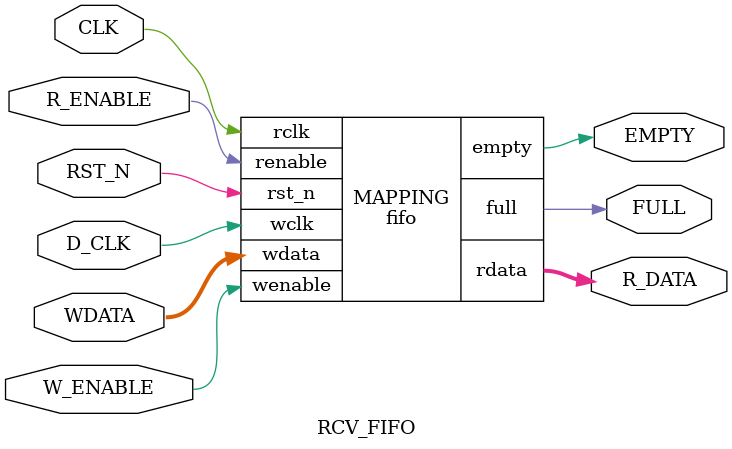
<source format=v>

module fiforam ( wclk, wenable, waddr, raddr, wdata, rdata );
  input [2:0] waddr;
  input [2:0] raddr;
  input [7:0] wdata;
  output [7:0] rdata;
  input wclk, wenable;
  wire   \fiforeg[0][7] , \fiforeg[0][6] , \fiforeg[0][5] , \fiforeg[0][4] ,
         \fiforeg[0][3] , \fiforeg[0][2] , \fiforeg[0][1] , \fiforeg[0][0] ,
         \fiforeg[1][7] , \fiforeg[1][6] , \fiforeg[1][5] , \fiforeg[1][4] ,
         \fiforeg[1][3] , \fiforeg[1][2] , \fiforeg[1][1] , \fiforeg[1][0] ,
         \fiforeg[2][7] , \fiforeg[2][6] , \fiforeg[2][5] , \fiforeg[2][4] ,
         \fiforeg[2][3] , \fiforeg[2][2] , \fiforeg[2][1] , \fiforeg[2][0] ,
         \fiforeg[3][7] , \fiforeg[3][6] , \fiforeg[3][5] , \fiforeg[3][4] ,
         \fiforeg[3][3] , \fiforeg[3][2] , \fiforeg[3][1] , \fiforeg[3][0] ,
         \fiforeg[4][7] , \fiforeg[4][6] , \fiforeg[4][5] , \fiforeg[4][4] ,
         \fiforeg[4][3] , \fiforeg[4][2] , \fiforeg[4][1] , \fiforeg[4][0] ,
         \fiforeg[5][7] , \fiforeg[5][6] , \fiforeg[5][5] , \fiforeg[5][4] ,
         \fiforeg[5][3] , \fiforeg[5][2] , \fiforeg[5][1] , \fiforeg[5][0] ,
         \fiforeg[6][7] , \fiforeg[6][6] , \fiforeg[6][5] , \fiforeg[6][4] ,
         \fiforeg[6][3] , \fiforeg[6][2] , \fiforeg[6][1] , \fiforeg[6][0] ,
         \fiforeg[7][7] , \fiforeg[7][6] , \fiforeg[7][5] , \fiforeg[7][4] ,
         \fiforeg[7][3] , \fiforeg[7][2] , \fiforeg[7][1] , \fiforeg[7][0] ,
         n212, n213, n214, n215, n216, n217, n218, n219, n220, n221, n222,
         n223, n224, n225, n226, n227, n228, n229, n230, n231, n232, n233,
         n234, n235, n236, n237, n238, n239, n240, n241, n242, n243, n244,
         n245, n246, n247, n248, n249, n250, n251, n252, n253, n254, n255,
         n256, n257, n258, n259, n260, n261, n262, n263, n264, n265, n266,
         n267, n268, n269, n270, n271, n272, n273, n274, n275, n1, n2, n3, n4,
         n5, n6, n7, n8, n9, n10, n11, n12, n13, n14, n15, n16, n17, n18, n19,
         n20, n21, n22, n23, n24, n25, n26, n27, n28, n29, n30, n31, n32, n33,
         n34, n35, n36, n37, n38, n39, n40, n41, n42, n43, n44, n45, n46, n47,
         n48, n49, n50, n51, n52, n53, n54, n55, n56, n57, n58, n59, n60, n61,
         n62, n63, n64, n65, n66, n67, n68, n69, n70, n71, n72, n73, n74, n75,
         n76, n77, n78, n79, n80, n81, n82, n83, n84, n85, n86, n87, n88, n89,
         n90, n91, n92, n93, n94, n95, n96, n97, n98, n99, n100, n101, n102,
         n103, n104, n105, n106, n107, n108, n109, n110, n111, n112, n113,
         n114, n115, n116, n117, n118, n119, n120, n121, n122, n123, n124,
         n125, n126, n127, n128, n129, n130, n131, n132, n133, n134, n135,
         n136, n137, n138, n139, n140, n141, n142, n143, n144, n145, n146,
         n147, n148, n149, n150, n151, n152, n153, n154, n155, n156, n157,
         n158, n159, n160, n161, n162, n163, n164, n165, n166, n167, n168,
         n169, n170, n171, n172, n173, n174, n175, n176, n177, n178, n179,
         n180, n181, n182, n183, n184, n185, n186, n187, n188, n189, n190,
         n191, n192, n193, n194;

  DFFPOSX1 \fiforeg_reg[7][7]  ( .D(n212), .CLK(wclk), .Q(\fiforeg[7][7] ) );
  DFFPOSX1 \fiforeg_reg[6][7]  ( .D(n213), .CLK(wclk), .Q(\fiforeg[6][7] ) );
  DFFPOSX1 \fiforeg_reg[5][7]  ( .D(n214), .CLK(wclk), .Q(\fiforeg[5][7] ) );
  DFFPOSX1 \fiforeg_reg[4][7]  ( .D(n215), .CLK(wclk), .Q(\fiforeg[4][7] ) );
  DFFPOSX1 \fiforeg_reg[3][7]  ( .D(n216), .CLK(wclk), .Q(\fiforeg[3][7] ) );
  DFFPOSX1 \fiforeg_reg[2][7]  ( .D(n217), .CLK(wclk), .Q(\fiforeg[2][7] ) );
  DFFPOSX1 \fiforeg_reg[1][7]  ( .D(n218), .CLK(wclk), .Q(\fiforeg[1][7] ) );
  DFFPOSX1 \fiforeg_reg[0][7]  ( .D(n219), .CLK(wclk), .Q(\fiforeg[0][7] ) );
  DFFPOSX1 \fiforeg_reg[7][6]  ( .D(n220), .CLK(wclk), .Q(\fiforeg[7][6] ) );
  DFFPOSX1 \fiforeg_reg[6][6]  ( .D(n221), .CLK(wclk), .Q(\fiforeg[6][6] ) );
  DFFPOSX1 \fiforeg_reg[5][6]  ( .D(n222), .CLK(wclk), .Q(\fiforeg[5][6] ) );
  DFFPOSX1 \fiforeg_reg[4][6]  ( .D(n223), .CLK(wclk), .Q(\fiforeg[4][6] ) );
  DFFPOSX1 \fiforeg_reg[3][6]  ( .D(n224), .CLK(wclk), .Q(\fiforeg[3][6] ) );
  DFFPOSX1 \fiforeg_reg[2][6]  ( .D(n225), .CLK(wclk), .Q(\fiforeg[2][6] ) );
  DFFPOSX1 \fiforeg_reg[1][6]  ( .D(n226), .CLK(wclk), .Q(\fiforeg[1][6] ) );
  DFFPOSX1 \fiforeg_reg[0][6]  ( .D(n227), .CLK(wclk), .Q(\fiforeg[0][6] ) );
  DFFPOSX1 \fiforeg_reg[7][5]  ( .D(n228), .CLK(wclk), .Q(\fiforeg[7][5] ) );
  DFFPOSX1 \fiforeg_reg[6][5]  ( .D(n229), .CLK(wclk), .Q(\fiforeg[6][5] ) );
  DFFPOSX1 \fiforeg_reg[5][5]  ( .D(n230), .CLK(wclk), .Q(\fiforeg[5][5] ) );
  DFFPOSX1 \fiforeg_reg[4][5]  ( .D(n231), .CLK(wclk), .Q(\fiforeg[4][5] ) );
  DFFPOSX1 \fiforeg_reg[3][5]  ( .D(n232), .CLK(wclk), .Q(\fiforeg[3][5] ) );
  DFFPOSX1 \fiforeg_reg[2][5]  ( .D(n233), .CLK(wclk), .Q(\fiforeg[2][5] ) );
  DFFPOSX1 \fiforeg_reg[1][5]  ( .D(n234), .CLK(wclk), .Q(\fiforeg[1][5] ) );
  DFFPOSX1 \fiforeg_reg[0][5]  ( .D(n235), .CLK(wclk), .Q(\fiforeg[0][5] ) );
  DFFPOSX1 \fiforeg_reg[7][4]  ( .D(n236), .CLK(wclk), .Q(\fiforeg[7][4] ) );
  DFFPOSX1 \fiforeg_reg[6][4]  ( .D(n237), .CLK(wclk), .Q(\fiforeg[6][4] ) );
  DFFPOSX1 \fiforeg_reg[5][4]  ( .D(n238), .CLK(wclk), .Q(\fiforeg[5][4] ) );
  DFFPOSX1 \fiforeg_reg[4][4]  ( .D(n239), .CLK(wclk), .Q(\fiforeg[4][4] ) );
  DFFPOSX1 \fiforeg_reg[3][4]  ( .D(n240), .CLK(wclk), .Q(\fiforeg[3][4] ) );
  DFFPOSX1 \fiforeg_reg[2][4]  ( .D(n241), .CLK(wclk), .Q(\fiforeg[2][4] ) );
  DFFPOSX1 \fiforeg_reg[1][4]  ( .D(n242), .CLK(wclk), .Q(\fiforeg[1][4] ) );
  DFFPOSX1 \fiforeg_reg[0][4]  ( .D(n243), .CLK(wclk), .Q(\fiforeg[0][4] ) );
  DFFPOSX1 \fiforeg_reg[7][3]  ( .D(n244), .CLK(wclk), .Q(\fiforeg[7][3] ) );
  DFFPOSX1 \fiforeg_reg[6][3]  ( .D(n245), .CLK(wclk), .Q(\fiforeg[6][3] ) );
  DFFPOSX1 \fiforeg_reg[5][3]  ( .D(n246), .CLK(wclk), .Q(\fiforeg[5][3] ) );
  DFFPOSX1 \fiforeg_reg[4][3]  ( .D(n247), .CLK(wclk), .Q(\fiforeg[4][3] ) );
  DFFPOSX1 \fiforeg_reg[3][3]  ( .D(n248), .CLK(wclk), .Q(\fiforeg[3][3] ) );
  DFFPOSX1 \fiforeg_reg[2][3]  ( .D(n249), .CLK(wclk), .Q(\fiforeg[2][3] ) );
  DFFPOSX1 \fiforeg_reg[1][3]  ( .D(n250), .CLK(wclk), .Q(\fiforeg[1][3] ) );
  DFFPOSX1 \fiforeg_reg[0][3]  ( .D(n251), .CLK(wclk), .Q(\fiforeg[0][3] ) );
  DFFPOSX1 \fiforeg_reg[7][2]  ( .D(n252), .CLK(wclk), .Q(\fiforeg[7][2] ) );
  DFFPOSX1 \fiforeg_reg[6][2]  ( .D(n253), .CLK(wclk), .Q(\fiforeg[6][2] ) );
  DFFPOSX1 \fiforeg_reg[5][2]  ( .D(n254), .CLK(wclk), .Q(\fiforeg[5][2] ) );
  DFFPOSX1 \fiforeg_reg[4][2]  ( .D(n255), .CLK(wclk), .Q(\fiforeg[4][2] ) );
  DFFPOSX1 \fiforeg_reg[3][2]  ( .D(n256), .CLK(wclk), .Q(\fiforeg[3][2] ) );
  DFFPOSX1 \fiforeg_reg[2][2]  ( .D(n257), .CLK(wclk), .Q(\fiforeg[2][2] ) );
  DFFPOSX1 \fiforeg_reg[1][2]  ( .D(n258), .CLK(wclk), .Q(\fiforeg[1][2] ) );
  DFFPOSX1 \fiforeg_reg[0][2]  ( .D(n259), .CLK(wclk), .Q(\fiforeg[0][2] ) );
  DFFPOSX1 \fiforeg_reg[7][1]  ( .D(n260), .CLK(wclk), .Q(\fiforeg[7][1] ) );
  DFFPOSX1 \fiforeg_reg[6][1]  ( .D(n261), .CLK(wclk), .Q(\fiforeg[6][1] ) );
  DFFPOSX1 \fiforeg_reg[5][1]  ( .D(n262), .CLK(wclk), .Q(\fiforeg[5][1] ) );
  DFFPOSX1 \fiforeg_reg[4][1]  ( .D(n263), .CLK(wclk), .Q(\fiforeg[4][1] ) );
  DFFPOSX1 \fiforeg_reg[3][1]  ( .D(n264), .CLK(wclk), .Q(\fiforeg[3][1] ) );
  DFFPOSX1 \fiforeg_reg[2][1]  ( .D(n265), .CLK(wclk), .Q(\fiforeg[2][1] ) );
  DFFPOSX1 \fiforeg_reg[1][1]  ( .D(n266), .CLK(wclk), .Q(\fiforeg[1][1] ) );
  DFFPOSX1 \fiforeg_reg[0][1]  ( .D(n267), .CLK(wclk), .Q(\fiforeg[0][1] ) );
  DFFPOSX1 \fiforeg_reg[7][0]  ( .D(n275), .CLK(wclk), .Q(\fiforeg[7][0] ) );
  DFFPOSX1 \fiforeg_reg[6][0]  ( .D(n268), .CLK(wclk), .Q(\fiforeg[6][0] ) );
  DFFPOSX1 \fiforeg_reg[5][0]  ( .D(n269), .CLK(wclk), .Q(\fiforeg[5][0] ) );
  DFFPOSX1 \fiforeg_reg[4][0]  ( .D(n270), .CLK(wclk), .Q(\fiforeg[4][0] ) );
  DFFPOSX1 \fiforeg_reg[3][0]  ( .D(n271), .CLK(wclk), .Q(\fiforeg[3][0] ) );
  DFFPOSX1 \fiforeg_reg[2][0]  ( .D(n272), .CLK(wclk), .Q(\fiforeg[2][0] ) );
  DFFPOSX1 \fiforeg_reg[1][0]  ( .D(n273), .CLK(wclk), .Q(\fiforeg[1][0] ) );
  DFFPOSX1 \fiforeg_reg[0][0]  ( .D(n274), .CLK(wclk), .Q(\fiforeg[0][0] ) );
  BUFX2 U2 ( .A(n98), .Y(n1) );
  BUFX2 U3 ( .A(n96), .Y(n2) );
  BUFX2 U4 ( .A(n97), .Y(n3) );
  BUFX2 U5 ( .A(n95), .Y(n4) );
  NAND3X1 U6 ( .A(n5), .B(n6), .C(n7), .Y(rdata[7]) );
  NOR2X1 U7 ( .A(n8), .B(n9), .Y(n7) );
  OAI22X1 U8 ( .A(n10), .B(n11), .C(n12), .D(n13), .Y(n9) );
  OAI22X1 U9 ( .A(n14), .B(n15), .C(n16), .D(n17), .Y(n8) );
  AOI22X1 U10 ( .A(\fiforeg[5][7] ), .B(n18), .C(\fiforeg[4][7] ), .D(n19), 
        .Y(n6) );
  AOI22X1 U11 ( .A(\fiforeg[7][7] ), .B(n20), .C(\fiforeg[6][7] ), .D(n21), 
        .Y(n5) );
  NAND3X1 U12 ( .A(n22), .B(n23), .C(n24), .Y(rdata[6]) );
  NOR2X1 U13 ( .A(n25), .B(n26), .Y(n24) );
  OAI22X1 U14 ( .A(n10), .B(n27), .C(n12), .D(n28), .Y(n26) );
  OAI22X1 U15 ( .A(n14), .B(n29), .C(n16), .D(n30), .Y(n25) );
  AOI22X1 U16 ( .A(\fiforeg[5][6] ), .B(n18), .C(\fiforeg[4][6] ), .D(n19), 
        .Y(n23) );
  AOI22X1 U17 ( .A(\fiforeg[7][6] ), .B(n20), .C(\fiforeg[6][6] ), .D(n21), 
        .Y(n22) );
  NAND3X1 U18 ( .A(n31), .B(n32), .C(n33), .Y(rdata[5]) );
  NOR2X1 U19 ( .A(n34), .B(n35), .Y(n33) );
  OAI22X1 U20 ( .A(n10), .B(n36), .C(n12), .D(n37), .Y(n35) );
  OAI22X1 U21 ( .A(n14), .B(n38), .C(n16), .D(n39), .Y(n34) );
  AOI22X1 U22 ( .A(\fiforeg[5][5] ), .B(n18), .C(\fiforeg[4][5] ), .D(n19), 
        .Y(n32) );
  AOI22X1 U23 ( .A(\fiforeg[7][5] ), .B(n20), .C(\fiforeg[6][5] ), .D(n21), 
        .Y(n31) );
  NAND3X1 U24 ( .A(n40), .B(n41), .C(n42), .Y(rdata[4]) );
  NOR2X1 U25 ( .A(n43), .B(n44), .Y(n42) );
  OAI22X1 U26 ( .A(n10), .B(n45), .C(n12), .D(n46), .Y(n44) );
  OAI22X1 U27 ( .A(n14), .B(n47), .C(n16), .D(n48), .Y(n43) );
  AOI22X1 U28 ( .A(\fiforeg[5][4] ), .B(n18), .C(\fiforeg[4][4] ), .D(n19), 
        .Y(n41) );
  AOI22X1 U29 ( .A(\fiforeg[7][4] ), .B(n20), .C(\fiforeg[6][4] ), .D(n21), 
        .Y(n40) );
  NAND3X1 U30 ( .A(n49), .B(n50), .C(n51), .Y(rdata[3]) );
  NOR2X1 U31 ( .A(n52), .B(n53), .Y(n51) );
  OAI22X1 U32 ( .A(n10), .B(n54), .C(n12), .D(n55), .Y(n53) );
  OAI22X1 U33 ( .A(n14), .B(n56), .C(n16), .D(n57), .Y(n52) );
  AOI22X1 U34 ( .A(\fiforeg[5][3] ), .B(n18), .C(\fiforeg[4][3] ), .D(n19), 
        .Y(n50) );
  AOI22X1 U35 ( .A(\fiforeg[7][3] ), .B(n20), .C(\fiforeg[6][3] ), .D(n21), 
        .Y(n49) );
  NAND3X1 U36 ( .A(n58), .B(n59), .C(n60), .Y(rdata[2]) );
  NOR2X1 U37 ( .A(n61), .B(n62), .Y(n60) );
  OAI22X1 U38 ( .A(n10), .B(n63), .C(n12), .D(n64), .Y(n62) );
  OAI22X1 U39 ( .A(n14), .B(n65), .C(n16), .D(n66), .Y(n61) );
  AOI22X1 U40 ( .A(\fiforeg[5][2] ), .B(n18), .C(\fiforeg[4][2] ), .D(n19), 
        .Y(n59) );
  AOI22X1 U41 ( .A(\fiforeg[7][2] ), .B(n20), .C(\fiforeg[6][2] ), .D(n21), 
        .Y(n58) );
  NAND3X1 U42 ( .A(n67), .B(n68), .C(n69), .Y(rdata[1]) );
  NOR2X1 U43 ( .A(n70), .B(n71), .Y(n69) );
  OAI22X1 U44 ( .A(n10), .B(n72), .C(n12), .D(n73), .Y(n71) );
  OAI22X1 U45 ( .A(n14), .B(n74), .C(n16), .D(n75), .Y(n70) );
  AOI22X1 U46 ( .A(\fiforeg[5][1] ), .B(n18), .C(\fiforeg[4][1] ), .D(n19), 
        .Y(n68) );
  AOI22X1 U47 ( .A(\fiforeg[7][1] ), .B(n20), .C(\fiforeg[6][1] ), .D(n21), 
        .Y(n67) );
  NAND3X1 U48 ( .A(n76), .B(n77), .C(n78), .Y(rdata[0]) );
  NOR2X1 U49 ( .A(n79), .B(n80), .Y(n78) );
  OAI22X1 U50 ( .A(n10), .B(n81), .C(n12), .D(n82), .Y(n80) );
  NAND3X1 U51 ( .A(n83), .B(n84), .C(n85), .Y(n12) );
  NAND3X1 U52 ( .A(n83), .B(n84), .C(raddr[0]), .Y(n10) );
  OAI22X1 U53 ( .A(n14), .B(n86), .C(n16), .D(n87), .Y(n79) );
  NAND3X1 U54 ( .A(n85), .B(n84), .C(raddr[1]), .Y(n16) );
  NAND3X1 U55 ( .A(raddr[0]), .B(n84), .C(raddr[1]), .Y(n14) );
  INVX1 U56 ( .A(raddr[2]), .Y(n84) );
  AOI22X1 U57 ( .A(\fiforeg[5][0] ), .B(n18), .C(\fiforeg[4][0] ), .D(n19), 
        .Y(n77) );
  INVX1 U58 ( .A(n88), .Y(n19) );
  NAND3X1 U59 ( .A(n85), .B(n83), .C(raddr[2]), .Y(n88) );
  INVX1 U60 ( .A(n89), .Y(n18) );
  NAND3X1 U61 ( .A(raddr[0]), .B(n83), .C(raddr[2]), .Y(n89) );
  INVX1 U62 ( .A(raddr[1]), .Y(n83) );
  AOI22X1 U63 ( .A(\fiforeg[7][0] ), .B(n20), .C(\fiforeg[6][0] ), .D(n21), 
        .Y(n76) );
  INVX1 U64 ( .A(n90), .Y(n21) );
  NAND3X1 U65 ( .A(raddr[2]), .B(n85), .C(raddr[1]), .Y(n90) );
  INVX1 U66 ( .A(raddr[0]), .Y(n85) );
  INVX1 U67 ( .A(n91), .Y(n20) );
  NAND3X1 U68 ( .A(raddr[2]), .B(raddr[0]), .C(raddr[1]), .Y(n91) );
  MUX2X1 U69 ( .B(n92), .A(n93), .S(n94), .Y(n275) );
  INVX1 U70 ( .A(\fiforeg[7][0] ), .Y(n93) );
  MUX2X1 U71 ( .B(n92), .A(n82), .S(n4), .Y(n274) );
  MUX2X1 U72 ( .B(n92), .A(n81), .S(n2), .Y(n273) );
  MUX2X1 U73 ( .B(n92), .A(n87), .S(n3), .Y(n272) );
  MUX2X1 U74 ( .B(n92), .A(n86), .S(n1), .Y(n271) );
  MUX2X1 U75 ( .B(n92), .A(n99), .S(n100), .Y(n270) );
  INVX1 U76 ( .A(\fiforeg[4][0] ), .Y(n99) );
  MUX2X1 U77 ( .B(n92), .A(n101), .S(n102), .Y(n269) );
  INVX1 U78 ( .A(\fiforeg[5][0] ), .Y(n101) );
  MUX2X1 U79 ( .B(n92), .A(n103), .S(n104), .Y(n268) );
  INVX1 U80 ( .A(\fiforeg[6][0] ), .Y(n103) );
  MUX2X1 U81 ( .B(n105), .A(wdata[0]), .S(wenable), .Y(n92) );
  NAND3X1 U82 ( .A(n106), .B(n107), .C(n108), .Y(n105) );
  NOR2X1 U83 ( .A(n109), .B(n110), .Y(n108) );
  OAI22X1 U84 ( .A(n81), .B(n2), .C(n82), .D(n4), .Y(n110) );
  INVX1 U85 ( .A(\fiforeg[0][0] ), .Y(n82) );
  INVX1 U86 ( .A(\fiforeg[1][0] ), .Y(n81) );
  OAI22X1 U87 ( .A(n86), .B(n1), .C(n87), .D(n3), .Y(n109) );
  INVX1 U88 ( .A(\fiforeg[2][0] ), .Y(n87) );
  INVX1 U89 ( .A(\fiforeg[3][0] ), .Y(n86) );
  AOI22X1 U90 ( .A(n111), .B(\fiforeg[6][0] ), .C(n112), .D(\fiforeg[4][0] ), 
        .Y(n107) );
  AOI22X1 U91 ( .A(n113), .B(\fiforeg[5][0] ), .C(n114), .D(\fiforeg[7][0] ), 
        .Y(n106) );
  MUX2X1 U92 ( .B(n115), .A(n73), .S(n4), .Y(n267) );
  MUX2X1 U93 ( .B(n115), .A(n72), .S(n2), .Y(n266) );
  MUX2X1 U94 ( .B(n115), .A(n75), .S(n3), .Y(n265) );
  MUX2X1 U95 ( .B(n115), .A(n74), .S(n1), .Y(n264) );
  MUX2X1 U96 ( .B(n115), .A(n116), .S(n100), .Y(n263) );
  INVX1 U97 ( .A(\fiforeg[4][1] ), .Y(n116) );
  MUX2X1 U98 ( .B(n115), .A(n117), .S(n102), .Y(n262) );
  INVX1 U99 ( .A(\fiforeg[5][1] ), .Y(n117) );
  MUX2X1 U100 ( .B(n115), .A(n118), .S(n104), .Y(n261) );
  INVX1 U101 ( .A(\fiforeg[6][1] ), .Y(n118) );
  MUX2X1 U102 ( .B(n115), .A(n119), .S(n94), .Y(n260) );
  INVX1 U103 ( .A(\fiforeg[7][1] ), .Y(n119) );
  MUX2X1 U104 ( .B(n120), .A(wdata[1]), .S(wenable), .Y(n115) );
  NAND3X1 U105 ( .A(n121), .B(n122), .C(n123), .Y(n120) );
  NOR2X1 U106 ( .A(n124), .B(n125), .Y(n123) );
  OAI22X1 U107 ( .A(n72), .B(n2), .C(n73), .D(n4), .Y(n125) );
  INVX1 U108 ( .A(\fiforeg[0][1] ), .Y(n73) );
  INVX1 U109 ( .A(\fiforeg[1][1] ), .Y(n72) );
  OAI22X1 U110 ( .A(n74), .B(n1), .C(n75), .D(n3), .Y(n124) );
  INVX1 U111 ( .A(\fiforeg[2][1] ), .Y(n75) );
  INVX1 U112 ( .A(\fiforeg[3][1] ), .Y(n74) );
  AOI22X1 U113 ( .A(n111), .B(\fiforeg[6][1] ), .C(n112), .D(\fiforeg[4][1] ), 
        .Y(n122) );
  AOI22X1 U114 ( .A(n113), .B(\fiforeg[5][1] ), .C(n114), .D(\fiforeg[7][1] ), 
        .Y(n121) );
  MUX2X1 U115 ( .B(n126), .A(n64), .S(n4), .Y(n259) );
  MUX2X1 U116 ( .B(n126), .A(n63), .S(n2), .Y(n258) );
  MUX2X1 U117 ( .B(n126), .A(n66), .S(n3), .Y(n257) );
  MUX2X1 U118 ( .B(n126), .A(n65), .S(n1), .Y(n256) );
  MUX2X1 U119 ( .B(n126), .A(n127), .S(n100), .Y(n255) );
  INVX1 U120 ( .A(\fiforeg[4][2] ), .Y(n127) );
  MUX2X1 U121 ( .B(n126), .A(n128), .S(n102), .Y(n254) );
  INVX1 U122 ( .A(\fiforeg[5][2] ), .Y(n128) );
  MUX2X1 U123 ( .B(n126), .A(n129), .S(n104), .Y(n253) );
  INVX1 U124 ( .A(\fiforeg[6][2] ), .Y(n129) );
  MUX2X1 U125 ( .B(n126), .A(n130), .S(n94), .Y(n252) );
  INVX1 U126 ( .A(\fiforeg[7][2] ), .Y(n130) );
  MUX2X1 U127 ( .B(n131), .A(wdata[2]), .S(wenable), .Y(n126) );
  NAND3X1 U128 ( .A(n132), .B(n133), .C(n134), .Y(n131) );
  NOR2X1 U129 ( .A(n135), .B(n136), .Y(n134) );
  OAI22X1 U130 ( .A(n63), .B(n2), .C(n64), .D(n4), .Y(n136) );
  INVX1 U131 ( .A(\fiforeg[0][2] ), .Y(n64) );
  INVX1 U132 ( .A(\fiforeg[1][2] ), .Y(n63) );
  OAI22X1 U133 ( .A(n65), .B(n1), .C(n66), .D(n3), .Y(n135) );
  INVX1 U134 ( .A(\fiforeg[2][2] ), .Y(n66) );
  INVX1 U135 ( .A(\fiforeg[3][2] ), .Y(n65) );
  AOI22X1 U136 ( .A(n111), .B(\fiforeg[6][2] ), .C(n112), .D(\fiforeg[4][2] ), 
        .Y(n133) );
  AOI22X1 U137 ( .A(n113), .B(\fiforeg[5][2] ), .C(n114), .D(\fiforeg[7][2] ), 
        .Y(n132) );
  MUX2X1 U138 ( .B(n137), .A(n55), .S(n4), .Y(n251) );
  MUX2X1 U139 ( .B(n137), .A(n54), .S(n2), .Y(n250) );
  MUX2X1 U140 ( .B(n137), .A(n57), .S(n3), .Y(n249) );
  MUX2X1 U141 ( .B(n137), .A(n56), .S(n1), .Y(n248) );
  MUX2X1 U142 ( .B(n137), .A(n138), .S(n100), .Y(n247) );
  INVX1 U143 ( .A(\fiforeg[4][3] ), .Y(n138) );
  MUX2X1 U144 ( .B(n137), .A(n139), .S(n102), .Y(n246) );
  INVX1 U145 ( .A(\fiforeg[5][3] ), .Y(n139) );
  MUX2X1 U146 ( .B(n137), .A(n140), .S(n104), .Y(n245) );
  INVX1 U147 ( .A(\fiforeg[6][3] ), .Y(n140) );
  MUX2X1 U148 ( .B(n137), .A(n141), .S(n94), .Y(n244) );
  INVX1 U149 ( .A(\fiforeg[7][3] ), .Y(n141) );
  MUX2X1 U150 ( .B(n142), .A(wdata[3]), .S(wenable), .Y(n137) );
  NAND3X1 U151 ( .A(n143), .B(n144), .C(n145), .Y(n142) );
  NOR2X1 U152 ( .A(n146), .B(n147), .Y(n145) );
  OAI22X1 U153 ( .A(n54), .B(n2), .C(n55), .D(n4), .Y(n147) );
  INVX1 U154 ( .A(\fiforeg[0][3] ), .Y(n55) );
  INVX1 U155 ( .A(\fiforeg[1][3] ), .Y(n54) );
  OAI22X1 U156 ( .A(n56), .B(n1), .C(n57), .D(n3), .Y(n146) );
  INVX1 U157 ( .A(\fiforeg[2][3] ), .Y(n57) );
  INVX1 U158 ( .A(\fiforeg[3][3] ), .Y(n56) );
  AOI22X1 U159 ( .A(n111), .B(\fiforeg[6][3] ), .C(n112), .D(\fiforeg[4][3] ), 
        .Y(n144) );
  AOI22X1 U160 ( .A(n113), .B(\fiforeg[5][3] ), .C(n114), .D(\fiforeg[7][3] ), 
        .Y(n143) );
  MUX2X1 U161 ( .B(n148), .A(n46), .S(n4), .Y(n243) );
  MUX2X1 U162 ( .B(n148), .A(n45), .S(n2), .Y(n242) );
  MUX2X1 U163 ( .B(n148), .A(n48), .S(n3), .Y(n241) );
  MUX2X1 U164 ( .B(n148), .A(n47), .S(n1), .Y(n240) );
  MUX2X1 U165 ( .B(n148), .A(n149), .S(n100), .Y(n239) );
  INVX1 U166 ( .A(\fiforeg[4][4] ), .Y(n149) );
  MUX2X1 U167 ( .B(n148), .A(n150), .S(n102), .Y(n238) );
  INVX1 U168 ( .A(\fiforeg[5][4] ), .Y(n150) );
  MUX2X1 U169 ( .B(n148), .A(n151), .S(n104), .Y(n237) );
  INVX1 U170 ( .A(\fiforeg[6][4] ), .Y(n151) );
  MUX2X1 U171 ( .B(n148), .A(n152), .S(n94), .Y(n236) );
  INVX1 U172 ( .A(\fiforeg[7][4] ), .Y(n152) );
  MUX2X1 U173 ( .B(n153), .A(wdata[4]), .S(wenable), .Y(n148) );
  NAND3X1 U174 ( .A(n154), .B(n155), .C(n156), .Y(n153) );
  NOR2X1 U175 ( .A(n157), .B(n158), .Y(n156) );
  OAI22X1 U176 ( .A(n45), .B(n2), .C(n46), .D(n4), .Y(n158) );
  INVX1 U177 ( .A(\fiforeg[0][4] ), .Y(n46) );
  INVX1 U178 ( .A(\fiforeg[1][4] ), .Y(n45) );
  OAI22X1 U179 ( .A(n47), .B(n1), .C(n48), .D(n3), .Y(n157) );
  INVX1 U180 ( .A(\fiforeg[2][4] ), .Y(n48) );
  INVX1 U181 ( .A(\fiforeg[3][4] ), .Y(n47) );
  AOI22X1 U182 ( .A(n111), .B(\fiforeg[6][4] ), .C(n112), .D(\fiforeg[4][4] ), 
        .Y(n155) );
  AOI22X1 U183 ( .A(n113), .B(\fiforeg[5][4] ), .C(n114), .D(\fiforeg[7][4] ), 
        .Y(n154) );
  MUX2X1 U184 ( .B(n159), .A(n37), .S(n4), .Y(n235) );
  MUX2X1 U185 ( .B(n159), .A(n36), .S(n2), .Y(n234) );
  MUX2X1 U186 ( .B(n159), .A(n39), .S(n3), .Y(n233) );
  MUX2X1 U187 ( .B(n159), .A(n38), .S(n1), .Y(n232) );
  MUX2X1 U188 ( .B(n159), .A(n160), .S(n100), .Y(n231) );
  INVX1 U189 ( .A(\fiforeg[4][5] ), .Y(n160) );
  MUX2X1 U190 ( .B(n159), .A(n161), .S(n102), .Y(n230) );
  INVX1 U191 ( .A(\fiforeg[5][5] ), .Y(n161) );
  MUX2X1 U192 ( .B(n159), .A(n162), .S(n104), .Y(n229) );
  INVX1 U193 ( .A(\fiforeg[6][5] ), .Y(n162) );
  MUX2X1 U194 ( .B(n159), .A(n163), .S(n94), .Y(n228) );
  INVX1 U195 ( .A(\fiforeg[7][5] ), .Y(n163) );
  MUX2X1 U196 ( .B(n164), .A(wdata[5]), .S(wenable), .Y(n159) );
  NAND3X1 U197 ( .A(n165), .B(n166), .C(n167), .Y(n164) );
  NOR2X1 U198 ( .A(n168), .B(n169), .Y(n167) );
  OAI22X1 U199 ( .A(n36), .B(n2), .C(n37), .D(n4), .Y(n169) );
  INVX1 U200 ( .A(\fiforeg[0][5] ), .Y(n37) );
  INVX1 U201 ( .A(\fiforeg[1][5] ), .Y(n36) );
  OAI22X1 U202 ( .A(n38), .B(n1), .C(n39), .D(n3), .Y(n168) );
  INVX1 U203 ( .A(\fiforeg[2][5] ), .Y(n39) );
  INVX1 U204 ( .A(\fiforeg[3][5] ), .Y(n38) );
  AOI22X1 U205 ( .A(n111), .B(\fiforeg[6][5] ), .C(n112), .D(\fiforeg[4][5] ), 
        .Y(n166) );
  AOI22X1 U206 ( .A(n113), .B(\fiforeg[5][5] ), .C(n114), .D(\fiforeg[7][5] ), 
        .Y(n165) );
  MUX2X1 U207 ( .B(n170), .A(n28), .S(n4), .Y(n227) );
  MUX2X1 U208 ( .B(n170), .A(n27), .S(n2), .Y(n226) );
  MUX2X1 U209 ( .B(n170), .A(n30), .S(n3), .Y(n225) );
  MUX2X1 U210 ( .B(n170), .A(n29), .S(n1), .Y(n224) );
  MUX2X1 U211 ( .B(n170), .A(n171), .S(n100), .Y(n223) );
  INVX1 U212 ( .A(\fiforeg[4][6] ), .Y(n171) );
  MUX2X1 U213 ( .B(n170), .A(n172), .S(n102), .Y(n222) );
  INVX1 U214 ( .A(\fiforeg[5][6] ), .Y(n172) );
  MUX2X1 U215 ( .B(n170), .A(n173), .S(n104), .Y(n221) );
  INVX1 U216 ( .A(\fiforeg[6][6] ), .Y(n173) );
  MUX2X1 U217 ( .B(n170), .A(n174), .S(n94), .Y(n220) );
  INVX1 U218 ( .A(\fiforeg[7][6] ), .Y(n174) );
  MUX2X1 U219 ( .B(n175), .A(wdata[6]), .S(wenable), .Y(n170) );
  NAND3X1 U220 ( .A(n176), .B(n177), .C(n178), .Y(n175) );
  NOR2X1 U221 ( .A(n179), .B(n180), .Y(n178) );
  OAI22X1 U222 ( .A(n27), .B(n2), .C(n28), .D(n4), .Y(n180) );
  INVX1 U223 ( .A(\fiforeg[0][6] ), .Y(n28) );
  INVX1 U224 ( .A(\fiforeg[1][6] ), .Y(n27) );
  OAI22X1 U225 ( .A(n29), .B(n1), .C(n30), .D(n3), .Y(n179) );
  INVX1 U226 ( .A(\fiforeg[2][6] ), .Y(n30) );
  INVX1 U227 ( .A(\fiforeg[3][6] ), .Y(n29) );
  AOI22X1 U228 ( .A(n111), .B(\fiforeg[6][6] ), .C(n112), .D(\fiforeg[4][6] ), 
        .Y(n177) );
  AOI22X1 U229 ( .A(n113), .B(\fiforeg[5][6] ), .C(n114), .D(\fiforeg[7][6] ), 
        .Y(n176) );
  MUX2X1 U230 ( .B(n181), .A(n13), .S(n4), .Y(n219) );
  MUX2X1 U231 ( .B(n181), .A(n11), .S(n2), .Y(n218) );
  MUX2X1 U232 ( .B(n181), .A(n17), .S(n3), .Y(n217) );
  MUX2X1 U233 ( .B(n181), .A(n15), .S(n1), .Y(n216) );
  MUX2X1 U234 ( .B(n181), .A(n182), .S(n100), .Y(n215) );
  INVX1 U235 ( .A(\fiforeg[4][7] ), .Y(n182) );
  MUX2X1 U236 ( .B(n181), .A(n183), .S(n102), .Y(n214) );
  INVX1 U237 ( .A(\fiforeg[5][7] ), .Y(n183) );
  MUX2X1 U238 ( .B(n181), .A(n184), .S(n104), .Y(n213) );
  INVX1 U239 ( .A(\fiforeg[6][7] ), .Y(n184) );
  MUX2X1 U240 ( .B(n181), .A(n185), .S(n94), .Y(n212) );
  INVX1 U241 ( .A(\fiforeg[7][7] ), .Y(n185) );
  MUX2X1 U242 ( .B(n186), .A(wdata[7]), .S(wenable), .Y(n181) );
  NAND3X1 U243 ( .A(n187), .B(n188), .C(n189), .Y(n186) );
  NOR2X1 U244 ( .A(n190), .B(n191), .Y(n189) );
  OAI22X1 U245 ( .A(n11), .B(n2), .C(n13), .D(n4), .Y(n191) );
  NAND3X1 U246 ( .A(n192), .B(n193), .C(n194), .Y(n95) );
  INVX1 U247 ( .A(\fiforeg[0][7] ), .Y(n13) );
  NAND3X1 U248 ( .A(n192), .B(n193), .C(waddr[0]), .Y(n96) );
  INVX1 U249 ( .A(\fiforeg[1][7] ), .Y(n11) );
  OAI22X1 U250 ( .A(n15), .B(n1), .C(n17), .D(n3), .Y(n190) );
  NAND3X1 U251 ( .A(n194), .B(n193), .C(waddr[1]), .Y(n97) );
  INVX1 U252 ( .A(\fiforeg[2][7] ), .Y(n17) );
  NAND3X1 U253 ( .A(waddr[0]), .B(n193), .C(waddr[1]), .Y(n98) );
  INVX1 U254 ( .A(waddr[2]), .Y(n193) );
  INVX1 U255 ( .A(\fiforeg[3][7] ), .Y(n15) );
  AOI22X1 U256 ( .A(n111), .B(\fiforeg[6][7] ), .C(n112), .D(\fiforeg[4][7] ), 
        .Y(n188) );
  INVX1 U257 ( .A(n100), .Y(n112) );
  NAND3X1 U258 ( .A(n194), .B(n192), .C(waddr[2]), .Y(n100) );
  INVX1 U259 ( .A(n104), .Y(n111) );
  NAND3X1 U260 ( .A(waddr[1]), .B(n194), .C(waddr[2]), .Y(n104) );
  INVX1 U261 ( .A(waddr[0]), .Y(n194) );
  AOI22X1 U262 ( .A(n113), .B(\fiforeg[5][7] ), .C(n114), .D(\fiforeg[7][7] ), 
        .Y(n187) );
  INVX1 U263 ( .A(n94), .Y(n114) );
  NAND3X1 U264 ( .A(waddr[1]), .B(waddr[0]), .C(waddr[2]), .Y(n94) );
  INVX1 U265 ( .A(n102), .Y(n113) );
  NAND3X1 U266 ( .A(waddr[0]), .B(n192), .C(waddr[2]), .Y(n102) );
  INVX1 U267 ( .A(waddr[1]), .Y(n192) );
endmodule


module write_ptr ( wclk, rst_n, wenable, wptr, wptr_nxt );
  output [3:0] wptr;
  output [3:0] wptr_nxt;
  input wclk, rst_n, wenable;
  wire   n9, n10, n11, n12;
  wire   [2:0] binary_nxt;
  wire   [3:0] binary_r;

  DFFSR \binary_r_reg[0]  ( .D(binary_nxt[0]), .CLK(wclk), .R(rst_n), .S(1'b1), 
        .Q(binary_r[0]) );
  DFFSR \binary_r_reg[1]  ( .D(binary_nxt[1]), .CLK(wclk), .R(rst_n), .S(1'b1), 
        .Q(binary_r[1]) );
  DFFSR \binary_r_reg[2]  ( .D(binary_nxt[2]), .CLK(wclk), .R(rst_n), .S(1'b1), 
        .Q(binary_r[2]) );
  DFFSR \binary_r_reg[3]  ( .D(wptr_nxt[3]), .CLK(wclk), .R(rst_n), .S(1'b1), 
        .Q(binary_r[3]) );
  DFFSR \gray_r_reg[3]  ( .D(wptr_nxt[3]), .CLK(wclk), .R(rst_n), .S(1'b1), 
        .Q(wptr[3]) );
  DFFSR \gray_r_reg[2]  ( .D(wptr_nxt[2]), .CLK(wclk), .R(rst_n), .S(1'b1), 
        .Q(wptr[2]) );
  DFFSR \gray_r_reg[1]  ( .D(wptr_nxt[1]), .CLK(wclk), .R(rst_n), .S(1'b1), 
        .Q(wptr[1]) );
  DFFSR \gray_r_reg[0]  ( .D(wptr_nxt[0]), .CLK(wclk), .R(rst_n), .S(1'b1), 
        .Q(wptr[0]) );
  XOR2X1 U11 ( .A(wptr_nxt[3]), .B(binary_nxt[2]), .Y(wptr_nxt[2]) );
  XNOR2X1 U12 ( .A(n9), .B(binary_r[3]), .Y(wptr_nxt[3]) );
  NAND2X1 U13 ( .A(binary_r[2]), .B(n10), .Y(n9) );
  XOR2X1 U14 ( .A(binary_nxt[2]), .B(binary_nxt[1]), .Y(wptr_nxt[1]) );
  XOR2X1 U15 ( .A(binary_nxt[1]), .B(binary_nxt[0]), .Y(wptr_nxt[0]) );
  XOR2X1 U16 ( .A(n10), .B(binary_r[2]), .Y(binary_nxt[2]) );
  INVX1 U17 ( .A(n11), .Y(n10) );
  NAND3X1 U18 ( .A(binary_r[1]), .B(binary_r[0]), .C(wenable), .Y(n11) );
  XNOR2X1 U19 ( .A(n12), .B(binary_r[1]), .Y(binary_nxt[1]) );
  NAND2X1 U20 ( .A(wenable), .B(binary_r[0]), .Y(n12) );
  XOR2X1 U21 ( .A(binary_r[0]), .B(wenable), .Y(binary_nxt[0]) );
endmodule


module write_fifo_ctrl ( wclk, rst_n, wenable, rptr, wenable_fifo, wptr, waddr, 
        full_flag );
  input [3:0] rptr;
  output [3:0] wptr;
  output [2:0] waddr;
  input wclk, rst_n, wenable;
  output wenable_fifo, full_flag;
  wire   n22, \gray_wptr[2] , N5, n2, n15, n16, n17, n18, n19, n20, n21;
  wire   [3:0] wptr_nxt;
  wire   [3:0] wrptr_r2;
  wire   [3:0] wrptr_r1;

  write_ptr WPU1 ( .wclk(wclk), .rst_n(rst_n), .wenable(wenable_fifo), .wptr(
        wptr), .wptr_nxt(wptr_nxt) );
  DFFSR \wrptr_r1_reg[3]  ( .D(rptr[3]), .CLK(wclk), .R(rst_n), .S(1'b1), .Q(
        wrptr_r1[3]) );
  DFFSR \wrptr_r1_reg[2]  ( .D(rptr[2]), .CLK(wclk), .R(rst_n), .S(1'b1), .Q(
        wrptr_r1[2]) );
  DFFSR \wrptr_r1_reg[1]  ( .D(rptr[1]), .CLK(wclk), .R(rst_n), .S(1'b1), .Q(
        wrptr_r1[1]) );
  DFFSR \wrptr_r1_reg[0]  ( .D(rptr[0]), .CLK(wclk), .R(rst_n), .S(1'b1), .Q(
        wrptr_r1[0]) );
  DFFSR \wrptr_r2_reg[3]  ( .D(wrptr_r1[3]), .CLK(wclk), .R(rst_n), .S(1'b1), 
        .Q(wrptr_r2[3]) );
  DFFSR \wrptr_r2_reg[2]  ( .D(wrptr_r1[2]), .CLK(wclk), .R(rst_n), .S(1'b1), 
        .Q(wrptr_r2[2]) );
  DFFSR \wrptr_r2_reg[1]  ( .D(wrptr_r1[1]), .CLK(wclk), .R(rst_n), .S(1'b1), 
        .Q(wrptr_r2[1]) );
  DFFSR \wrptr_r2_reg[0]  ( .D(wrptr_r1[0]), .CLK(wclk), .R(rst_n), .S(1'b1), 
        .Q(wrptr_r2[0]) );
  DFFSR full_flag_r_reg ( .D(N5), .CLK(wclk), .R(rst_n), .S(1'b1), .Q(
        full_flag) );
  DFFSR \waddr_reg[2]  ( .D(\gray_wptr[2] ), .CLK(wclk), .R(rst_n), .S(1'b1), 
        .Q(waddr[2]) );
  DFFSR \waddr_reg[1]  ( .D(wptr_nxt[1]), .CLK(wclk), .R(rst_n), .S(1'b1), .Q(
        waddr[1]) );
  DFFSR \waddr_reg[0]  ( .D(wptr_nxt[0]), .CLK(wclk), .R(rst_n), .S(1'b1), .Q(
        waddr[0]) );
  BUFX2 U15 ( .A(n22), .Y(wenable_fifo) );
  NOR2X1 U16 ( .A(full_flag), .B(n2), .Y(n22) );
  INVX1 U17 ( .A(wenable), .Y(n2) );
  NOR2X1 U18 ( .A(n15), .B(n16), .Y(N5) );
  NAND2X1 U19 ( .A(n17), .B(n18), .Y(n16) );
  XOR2X1 U20 ( .A(n19), .B(\gray_wptr[2] ), .Y(n18) );
  XOR2X1 U21 ( .A(wptr_nxt[3]), .B(wptr_nxt[2]), .Y(\gray_wptr[2] ) );
  XNOR2X1 U22 ( .A(wrptr_r2[3]), .B(wrptr_r2[2]), .Y(n19) );
  XNOR2X1 U23 ( .A(wrptr_r2[1]), .B(wptr_nxt[1]), .Y(n17) );
  NAND2X1 U24 ( .A(n20), .B(n21), .Y(n15) );
  XOR2X1 U25 ( .A(wrptr_r2[3]), .B(wptr_nxt[3]), .Y(n21) );
  XNOR2X1 U26 ( .A(wrptr_r2[0]), .B(wptr_nxt[0]), .Y(n20) );
endmodule


module read_ptr ( rclk, rst_n, renable, rptr, rptr_nxt );
  output [3:0] rptr;
  output [3:0] rptr_nxt;
  input rclk, rst_n, renable;
  wire   n9, n10, n11, n12;
  wire   [2:0] binary_nxt;
  wire   [3:0] binary_r;

  DFFSR \binary_r_reg[0]  ( .D(binary_nxt[0]), .CLK(rclk), .R(rst_n), .S(1'b1), 
        .Q(binary_r[0]) );
  DFFSR \binary_r_reg[1]  ( .D(binary_nxt[1]), .CLK(rclk), .R(rst_n), .S(1'b1), 
        .Q(binary_r[1]) );
  DFFSR \binary_r_reg[2]  ( .D(binary_nxt[2]), .CLK(rclk), .R(rst_n), .S(1'b1), 
        .Q(binary_r[2]) );
  DFFSR \binary_r_reg[3]  ( .D(rptr_nxt[3]), .CLK(rclk), .R(rst_n), .S(1'b1), 
        .Q(binary_r[3]) );
  DFFSR \gray_r_reg[3]  ( .D(rptr_nxt[3]), .CLK(rclk), .R(rst_n), .S(1'b1), 
        .Q(rptr[3]) );
  DFFSR \gray_r_reg[2]  ( .D(rptr_nxt[2]), .CLK(rclk), .R(rst_n), .S(1'b1), 
        .Q(rptr[2]) );
  DFFSR \gray_r_reg[1]  ( .D(rptr_nxt[1]), .CLK(rclk), .R(rst_n), .S(1'b1), 
        .Q(rptr[1]) );
  DFFSR \gray_r_reg[0]  ( .D(rptr_nxt[0]), .CLK(rclk), .R(rst_n), .S(1'b1), 
        .Q(rptr[0]) );
  XOR2X1 U11 ( .A(rptr_nxt[3]), .B(binary_nxt[2]), .Y(rptr_nxt[2]) );
  XNOR2X1 U12 ( .A(n9), .B(binary_r[3]), .Y(rptr_nxt[3]) );
  NAND2X1 U13 ( .A(binary_r[2]), .B(n10), .Y(n9) );
  XOR2X1 U14 ( .A(binary_nxt[2]), .B(binary_nxt[1]), .Y(rptr_nxt[1]) );
  XOR2X1 U15 ( .A(binary_nxt[1]), .B(binary_nxt[0]), .Y(rptr_nxt[0]) );
  XOR2X1 U16 ( .A(n10), .B(binary_r[2]), .Y(binary_nxt[2]) );
  INVX1 U17 ( .A(n11), .Y(n10) );
  NAND3X1 U18 ( .A(binary_r[1]), .B(binary_r[0]), .C(renable), .Y(n11) );
  XNOR2X1 U19 ( .A(n12), .B(binary_r[1]), .Y(binary_nxt[1]) );
  NAND2X1 U20 ( .A(renable), .B(binary_r[0]), .Y(n12) );
  XOR2X1 U21 ( .A(binary_r[0]), .B(renable), .Y(binary_nxt[0]) );
endmodule


module read_fifo_ctrl ( rclk, rst_n, renable, wptr, rptr, raddr, empty_flag );
  input [3:0] wptr;
  output [3:0] rptr;
  output [2:0] raddr;
  input rclk, rst_n, renable;
  output empty_flag;
  wire   renable_p2, \gray_rptr[2] , N3, n1, n2, n15, n16, n17, n18, n19, n20;
  wire   [3:0] rptr_nxt;
  wire   [3:0] rwptr_r2;
  wire   [3:0] rwptr_r1;

  read_ptr RPU1 ( .rclk(rclk), .rst_n(rst_n), .renable(renable_p2), .rptr(rptr), .rptr_nxt(rptr_nxt) );
  DFFSR \rwptr_r1_reg[3]  ( .D(wptr[3]), .CLK(rclk), .R(rst_n), .S(1'b1), .Q(
        rwptr_r1[3]) );
  DFFSR \rwptr_r1_reg[2]  ( .D(wptr[2]), .CLK(rclk), .R(rst_n), .S(1'b1), .Q(
        rwptr_r1[2]) );
  DFFSR \rwptr_r1_reg[1]  ( .D(wptr[1]), .CLK(rclk), .R(rst_n), .S(1'b1), .Q(
        rwptr_r1[1]) );
  DFFSR \rwptr_r1_reg[0]  ( .D(wptr[0]), .CLK(rclk), .R(rst_n), .S(1'b1), .Q(
        rwptr_r1[0]) );
  DFFSR \rwptr_r2_reg[3]  ( .D(rwptr_r1[3]), .CLK(rclk), .R(rst_n), .S(1'b1), 
        .Q(rwptr_r2[3]) );
  DFFSR \rwptr_r2_reg[2]  ( .D(rwptr_r1[2]), .CLK(rclk), .R(rst_n), .S(1'b1), 
        .Q(rwptr_r2[2]) );
  DFFSR \rwptr_r2_reg[1]  ( .D(rwptr_r1[1]), .CLK(rclk), .R(rst_n), .S(1'b1), 
        .Q(rwptr_r2[1]) );
  DFFSR \rwptr_r2_reg[0]  ( .D(rwptr_r1[0]), .CLK(rclk), .R(rst_n), .S(1'b1), 
        .Q(rwptr_r2[0]) );
  DFFSR empty_flag_r_reg ( .D(N3), .CLK(rclk), .R(1'b1), .S(rst_n), .Q(
        empty_flag) );
  DFFSR \raddr_reg[2]  ( .D(\gray_rptr[2] ), .CLK(rclk), .R(rst_n), .S(1'b1), 
        .Q(raddr[2]) );
  DFFSR \raddr_reg[1]  ( .D(rptr_nxt[1]), .CLK(rclk), .R(rst_n), .S(1'b1), .Q(
        raddr[1]) );
  DFFSR \raddr_reg[0]  ( .D(rptr_nxt[0]), .CLK(rclk), .R(rst_n), .S(1'b1), .Q(
        raddr[0]) );
  NOR2X1 U15 ( .A(empty_flag), .B(n1), .Y(renable_p2) );
  INVX1 U16 ( .A(renable), .Y(n1) );
  NOR2X1 U17 ( .A(n2), .B(n15), .Y(N3) );
  NAND2X1 U18 ( .A(n16), .B(n17), .Y(n15) );
  XOR2X1 U19 ( .A(n18), .B(\gray_rptr[2] ), .Y(n17) );
  XOR2X1 U20 ( .A(rptr_nxt[3]), .B(rptr_nxt[2]), .Y(\gray_rptr[2] ) );
  XNOR2X1 U21 ( .A(rwptr_r2[3]), .B(rwptr_r2[2]), .Y(n18) );
  XNOR2X1 U22 ( .A(rwptr_r2[1]), .B(rptr_nxt[1]), .Y(n16) );
  NAND2X1 U23 ( .A(n19), .B(n20), .Y(n2) );
  XNOR2X1 U24 ( .A(rwptr_r2[0]), .B(rptr_nxt[0]), .Y(n20) );
  XNOR2X1 U25 ( .A(rptr_nxt[3]), .B(rwptr_r2[3]), .Y(n19) );
endmodule


module fifo ( rclk, wclk, rst_n, renable, wenable, wdata, rdata, empty, full
 );
  input [7:0] wdata;
  output [7:0] rdata;
  input rclk, wclk, rst_n, renable, wenable;
  output empty, full;
  wire   wenable_fifo;
  wire   [2:0] waddr;
  wire   [2:0] raddr;
  wire   [3:0] rptr;
  wire   [3:0] wptr;

  fiforam UFIFORAM ( .wclk(wclk), .wenable(wenable_fifo), .waddr(waddr), 
        .raddr(raddr), .wdata(wdata), .rdata(rdata) );
  write_fifo_ctrl UWFC ( .wclk(wclk), .rst_n(rst_n), .wenable(wenable), .rptr(
        rptr), .wenable_fifo(wenable_fifo), .wptr(wptr), .waddr(waddr), 
        .full_flag(full) );
  read_fifo_ctrl URFC ( .rclk(rclk), .rst_n(rst_n), .renable(renable), .wptr(
        wptr), .rptr(rptr), .raddr(raddr), .empty_flag(empty) );
endmodule


module RCV_FIFO ( CLK, D_CLK, RST_N, R_ENABLE, W_ENABLE, WDATA, R_DATA, EMPTY, 
        FULL );
  input [7:0] WDATA;
  output [7:0] R_DATA;
  input CLK, D_CLK, RST_N, R_ENABLE, W_ENABLE;
  output EMPTY, FULL;


  fifo MAPPING ( .rclk(CLK), .wclk(D_CLK), .rst_n(RST_N), .renable(R_ENABLE), 
        .wenable(W_ENABLE), .wdata(WDATA), .rdata(R_DATA), .empty(EMPTY), 
        .full(FULL) );
endmodule


</source>
